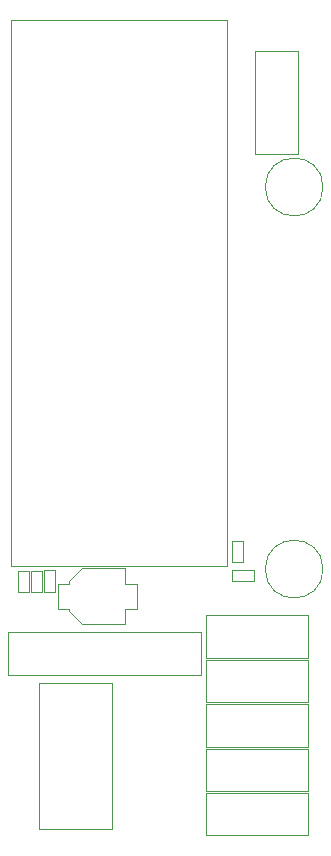
<source format=gbr>
G04 #@! TF.GenerationSoftware,KiCad,Pcbnew,(5.0.0)*
G04 #@! TF.CreationDate,2019-10-23T21:11:08+11:00*
G04 #@! TF.ProjectId,Kineses_Board,4B696E657365735F426F6172642E6B69,rev?*
G04 #@! TF.SameCoordinates,Original*
G04 #@! TF.FileFunction,Other,User*
%FSLAX46Y46*%
G04 Gerber Fmt 4.6, Leading zero omitted, Abs format (unit mm)*
G04 Created by KiCad (PCBNEW (5.0.0)) date 10/23/19 21:11:08*
%MOMM*%
%LPD*%
G01*
G04 APERTURE LIST*
%ADD10C,0.050000*%
G04 APERTURE END LIST*
D10*
G04 #@! TO.C,J1*
X143770000Y-105510000D02*
X137620000Y-105510000D01*
X137620000Y-105510000D02*
X137620000Y-117860000D01*
X137620000Y-117860000D02*
X143770000Y-117860000D01*
X143770000Y-117860000D02*
X143770000Y-105510000D01*
G04 #@! TO.C,J6*
X160445000Y-111100000D02*
X151795000Y-111100000D01*
X151795000Y-111100000D02*
X151795000Y-114700000D01*
X151795000Y-114700000D02*
X160445000Y-114700000D01*
X160445000Y-114700000D02*
X160445000Y-111100000D01*
G04 #@! TO.C,MH1*
X161680000Y-95890000D02*
G75*
G03X161680000Y-95890000I-2450000J0D01*
G01*
G04 #@! TO.C,MH2*
X161680000Y-63540000D02*
G75*
G03X161680000Y-63540000I-2450000J0D01*
G01*
G04 #@! TO.C,A1*
X153540000Y-95660000D02*
X135260000Y-95660000D01*
X153540000Y-95660000D02*
X153540000Y-49440000D01*
X135260000Y-49440000D02*
X135260000Y-95660000D01*
X135260000Y-49440000D02*
X153540000Y-49440000D01*
G04 #@! TO.C,C1*
X144950000Y-95780000D02*
X144950000Y-97130000D01*
X144950000Y-97130000D02*
X145900000Y-97130000D01*
X145900000Y-97130000D02*
X145900000Y-99230000D01*
X145900000Y-99230000D02*
X144950000Y-99230000D01*
X144950000Y-99230000D02*
X144950000Y-100580000D01*
X141300000Y-100580000D02*
X144950000Y-100580000D01*
X141300000Y-95780000D02*
X144950000Y-95780000D01*
X140150000Y-99430000D02*
X141300000Y-100580000D01*
X140150000Y-96930000D02*
X141300000Y-95780000D01*
X140150000Y-96930000D02*
X140150000Y-97130000D01*
X140150000Y-99230000D02*
X140150000Y-99430000D01*
X140150000Y-97130000D02*
X139200000Y-97130000D01*
X139200000Y-97130000D02*
X139200000Y-99230000D01*
X139200000Y-99230000D02*
X140150000Y-99230000D01*
G04 #@! TO.C,C2*
X138950000Y-97850000D02*
X138010000Y-97850000D01*
X138010000Y-97850000D02*
X138010000Y-95990000D01*
X138010000Y-95990000D02*
X138950000Y-95990000D01*
X138950000Y-95990000D02*
X138950000Y-97850000D01*
G04 #@! TO.C,C3*
X137855000Y-96010000D02*
X137855000Y-97870000D01*
X136915000Y-96010000D02*
X137855000Y-96010000D01*
X136915000Y-97870000D02*
X136915000Y-96010000D01*
X137855000Y-97870000D02*
X136915000Y-97870000D01*
G04 #@! TO.C,C4*
X136760000Y-97870000D02*
X135820000Y-97870000D01*
X135820000Y-97870000D02*
X135820000Y-96010000D01*
X135820000Y-96010000D02*
X136760000Y-96010000D01*
X136760000Y-96010000D02*
X136760000Y-97870000D01*
G04 #@! TO.C,J2*
X160445000Y-114830000D02*
X151795000Y-114830000D01*
X151795000Y-114830000D02*
X151795000Y-118430000D01*
X151795000Y-118430000D02*
X160445000Y-118430000D01*
X160445000Y-118430000D02*
X160445000Y-114830000D01*
G04 #@! TO.C,J3*
X160445000Y-110920000D02*
X160445000Y-107320000D01*
X151795000Y-110920000D02*
X160445000Y-110920000D01*
X151795000Y-107320000D02*
X151795000Y-110920000D01*
X160445000Y-107320000D02*
X151795000Y-107320000D01*
G04 #@! TO.C,J4*
X160445000Y-103570000D02*
X151795000Y-103570000D01*
X151795000Y-103570000D02*
X151795000Y-107170000D01*
X151795000Y-107170000D02*
X160445000Y-107170000D01*
X160445000Y-107170000D02*
X160445000Y-103570000D01*
G04 #@! TO.C,J5*
X160445000Y-103390000D02*
X160445000Y-99790000D01*
X151795000Y-103390000D02*
X160445000Y-103390000D01*
X151795000Y-99790000D02*
X151795000Y-103390000D01*
X160445000Y-99790000D02*
X151795000Y-99790000D01*
G04 #@! TO.C,J7*
X155920000Y-60710000D02*
X159520000Y-60710000D01*
X155920000Y-52060000D02*
X155920000Y-60710000D01*
X159520000Y-52060000D02*
X155920000Y-52060000D01*
X159520000Y-60710000D02*
X159520000Y-52060000D01*
G04 #@! TO.C,J8*
X151320000Y-101230000D02*
X135020000Y-101230000D01*
X135020000Y-101230000D02*
X135020000Y-104830000D01*
X135020000Y-104830000D02*
X151320000Y-104830000D01*
X151320000Y-104830000D02*
X151320000Y-101230000D01*
G04 #@! TO.C,R1*
X155840000Y-96910000D02*
X153980000Y-96910000D01*
X155840000Y-95970000D02*
X155840000Y-96910000D01*
X153980000Y-95970000D02*
X155840000Y-95970000D01*
X153980000Y-96910000D02*
X153980000Y-95970000D01*
G04 #@! TO.C,R2*
X154890000Y-95330000D02*
X153950000Y-95330000D01*
X153950000Y-95330000D02*
X153950000Y-93470000D01*
X153950000Y-93470000D02*
X154890000Y-93470000D01*
X154890000Y-93470000D02*
X154890000Y-95330000D01*
G04 #@! TD*
M02*

</source>
